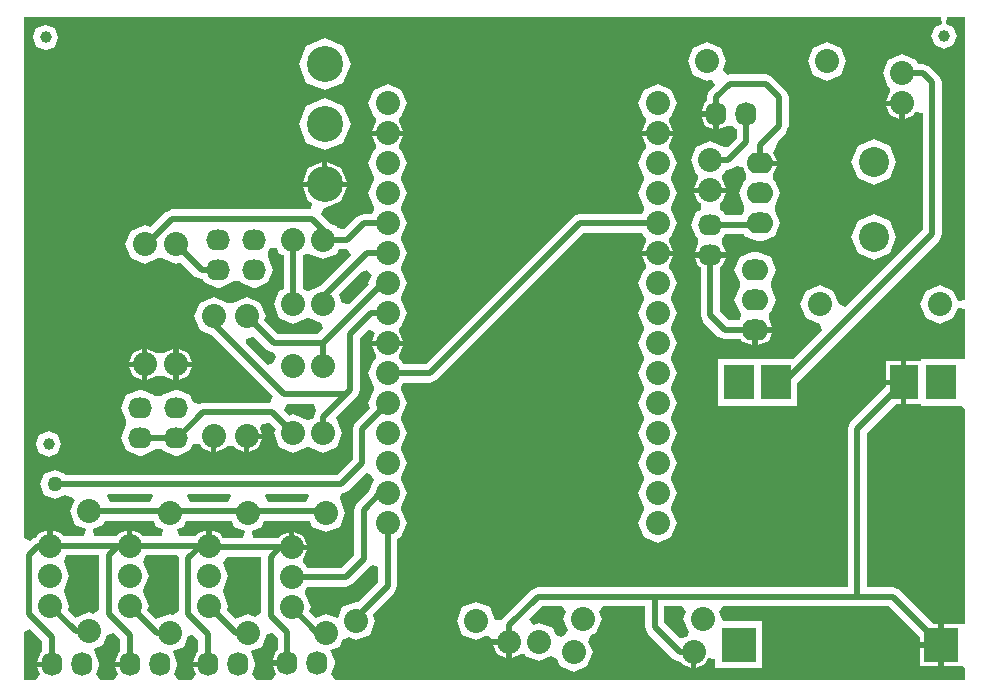
<source format=gtl>
%FSTAX43Y43*%
%MOIN*%
%SFA1B1*%

%IPPOS*%
%ADD10C,0.019685*%
%ADD11C,0.100000*%
%ADD12R,0.098425X0.118110*%
%ADD13R,0.094488X0.118110*%
%ADD14R,0.118110X0.118110*%
%ADD15C,0.080000*%
%ADD16O,0.080000X0.070000*%
%ADD17C,0.039370*%
%ADD18C,0.120000*%
%ADD19O,0.090000X0.070000*%
%ADD20O,0.070000X0.080000*%
%ADD21C,0.050000*%
%LNpcb-vitor-project-1*%
%LPD*%
G36*
X0007218Y0001604D02*
Y0001553D01*
X0007151Y0001486*
X0007145Y0001489*
X0007099Y000147*
X0007083Y0001433*
X0007045Y0001449*
X000701Y0001435*
X0006988Y0001456*
X0006994Y000147*
X0006975Y0001515*
Y0001524*
X0006981Y0001538*
X000711*
X0007132Y0001547*
X0007192Y0001607*
X0007201Y0001611*
X0007218Y0001604*
G37*
G36*
X0006739Y0001739D02*
X0006773Y0001725D01*
X0006768Y0001701*
X0006699*
X0006694Y0001714*
X0006664Y0001727*
Y0001675*
X0006645*
Y0001727*
X0006615Y0001714*
X0006612Y0001706*
X0006553*
X0006548Y000173*
X000657Y0001739*
X0006578Y0001758*
X0006731*
X0006739Y0001739*
G37*
G36*
X0006553Y0001634D02*
Y0001459D01*
X0006533Y0001445*
X0006525Y0001449*
X0006479Y000143*
X0006448Y0001461*
X0006454Y0001475*
X0006435Y000152*
Y0001529*
X0006454Y0001575*
X0006435Y000162*
X0006444Y0001643*
X0006547*
X0006553Y0001634*
G37*
G36*
X0006288Y0001461D02*
X0006268Y0001448D01*
X0006255Y0001454*
X0006209Y0001435*
X0006183Y0001461*
X0006189Y0001475*
X000617Y000152*
Y0001529*
X0006189Y0001575*
X000617Y000162*
X0006179Y0001643*
X0006288*
Y0001461*
G37*
G36*
X0006479Y0001739D02*
X0006501Y000173D01*
X0006496Y0001706*
X0006432*
X0006429Y0001714*
X0006399Y0001727*
Y0001675*
X000638*
Y0001727*
X000635Y0001714*
X0006347Y0001706*
X0006271*
X0006266Y000173*
X00063Y0001744*
X0006306Y0001758*
X0006471*
X0006479Y0001739*
G37*
G36*
X0006988Y0001842D02*
X0006977Y0001821D01*
X0006852*
X0006841Y0001842*
X0006844Y0001848*
X0006985*
X0006988Y0001842*
G37*
G36*
X0007192Y0001914D02*
X0007203Y0001893D01*
X0007189Y0001859*
X0007147Y0001817*
X0007138Y0001795*
Y0001643*
X0007096Y0001601*
X0006981*
X0006975Y0001615*
X0006969Y0001618*
Y000163*
X0006982Y000166*
X000693*
Y000167*
X000692*
Y0001722*
X000689Y0001709*
X0006887Y0001701*
X0006801*
X0006796Y0001725*
X000683Y0001739*
X0006838Y0001758*
X0006991*
X0006999Y0001739*
X0007045Y000172*
X000709Y0001739*
X0007109Y0001785*
X000709Y000183*
X0007094Y0001848*
X0007095*
X0007117Y0001857*
X0007177Y0001917*
X0007192Y0001914*
G37*
G36*
X0006468Y0001842D02*
X0006457Y0001821D01*
X0006324*
X0006313Y0001842*
X0006316Y0001848*
X0006465*
X0006468Y0001842*
G37*
G36*
X0006728D02*
X0006717Y0001821D01*
X0006592*
X0006581Y0001842*
X0006584Y0001848*
X0006725*
X0006728Y0001842*
G37*
G36*
X0006618Y0001361D02*
Y0001322D01*
X0006614Y000132*
X0006601Y0001289*
X000665*
Y000127*
X0006601*
X0006611Y0001246*
X0006598Y0001226*
X000655*
X0006537Y0001246*
X0006549Y0001275*
Y0001285*
X0006533Y0001323*
X000657Y0001339*
X0006584Y0001373*
X0006599Y0001376*
X0006618Y0001361*
G37*
G36*
X0006883Y0001369D02*
Y0001327D01*
X0006879Y0001325*
X0006866Y0001294*
X0006915*
Y0001275*
X0006866*
X0006878Y0001246*
X0006865Y0001226*
X000681*
X0006797Y0001246*
X0006809Y0001275*
Y0001285*
X0006793Y0001323*
X000683Y0001339*
X0006847Y000138*
X0006864Y0001384*
X0006883Y0001369*
G37*
G36*
X0006358Y0001363D02*
Y0001322D01*
X0006354Y000132*
X0006341Y0001289*
X000639*
Y000127*
X0006341*
X0006351Y0001246*
X0006338Y0001226*
X000629*
X0006277Y0001246*
X0006289Y0001275*
Y0001285*
X0006271Y0001326*
Y0001332*
X00063Y0001344*
X0006314Y0001378*
X0006338Y0001383*
X0006358Y0001363*
G37*
G36*
X0009173Y000334D02*
D01*
Y0002495*
X0009155Y0002491*
X000915Y000249*
X0009135Y0002525*
X000909Y0002544*
X0009044Y0002525*
X0009025Y000248*
X0009044Y0002434*
X000909Y0002415*
X0009135Y0002434*
X000915Y0002469*
X0009155Y0002468*
X0009173Y0002464*
Y0002298*
X0009163*
X0009156*
X0009026*
Y000229*
X0008979*
Y000222*
Y0002149*
X0009026*
Y0002141*
X0009156*
X0009163*
X0009173Y0002131*
Y0001415*
X0009165*
X0009156*
X0009104*
Y0001345*
Y0001274*
X0009156*
X0009165*
X0009173Y0001266*
Y0001226*
X0007073*
X000706Y0001246*
X0007074Y000128*
Y000129*
X0007059Y0001326*
X000709Y0001339*
X0007099Y0001361*
X0007121Y000137*
X0007145Y000136*
X000719Y0001379*
X0007209Y0001425*
X00072Y0001445*
X0007272Y0001517*
X0007275Y0001524*
X0007281Y000154*
Y0001698*
X0007295Y0001704*
X0007314Y000175*
X0007295Y0001795*
Y0001804*
X0007314Y000185*
X0007295Y0001895*
Y0001904*
X0007314Y000195*
X0007295Y0001995*
Y0002004*
X0007314Y000205*
X0007295Y0002095*
Y0002104*
X0007314Y000215*
X0007295Y0002195*
Y0002204*
X0007301Y0002218*
X000739*
X0007412Y0002227*
X0007903Y0002718*
X0008098*
X0008104Y0002704*
X000811Y0002701*
Y0002689*
X0008097Y0002659*
X0008202*
X0008189Y0002689*
Y0002701*
X0008195Y0002704*
X0008214Y000275*
X0008195Y0002795*
Y0002804*
X0008214Y000285*
X0008195Y0002895*
Y0002904*
X0008214Y000295*
X0008195Y0002995*
X0008189Y0002998*
Y000301*
X0008202Y000304*
X0008097*
X000811Y000301*
Y0002998*
X0008104Y0002995*
X0008085Y000295*
X0008104Y0002904*
Y0002895*
X0008085Y000285*
X0008104Y0002804*
Y0002795*
X0008098Y0002781*
X000789*
X0007878Y0002777*
X0007867Y0002772*
X0007376Y0002281*
X0007301*
X0007295Y0002295*
X0007289Y0002298*
Y000231*
X0007302Y000234*
X0007197*
X000721Y000231*
Y0002298*
X0007204Y0002295*
X0007185Y000225*
X0007204Y0002204*
Y0002195*
X0007185Y000215*
X0007191Y0002135*
X0007142Y0002085*
X0007133Y0002063*
Y0001963*
X0007081Y0001911*
X0006175*
X0006174Y0001914*
X000614Y0001928*
X0006105Y0001914*
X0006091Y000188*
X0006105Y0001845*
X000614Y0001831*
X0006174Y0001845*
X0006202Y0001834*
X0006206Y0001828*
X000619Y000179*
X0006209Y0001744*
X0006243Y000173*
X0006238Y0001706*
X0006167*
X0006164Y0001714*
X0006134Y0001727*
Y0001675*
X0006115*
Y0001727*
X0006085Y0001714*
X0006081Y0001705*
X0006063Y0001697*
X0006058Y0001692*
X0006036Y0001701*
Y0003438*
X0009094*
X0009098Y0003415*
X0009074Y0003405*
X0009062Y0003375*
X0009074Y0003344*
X0009105Y0003332*
X0009135Y0003344*
X0009147Y0003375*
X0009135Y0003405*
X0009111Y0003415*
X0009115Y0003438*
X0009173*
Y000334*
G37*
G36*
X0006098Y0001358D02*
Y0001322D01*
X0006094Y000132*
X0006081Y0001289*
X000613*
Y000127*
X0006081*
X0006091Y0001246*
X0006078Y0001226*
X0006036*
Y0001388*
X0006058Y0001397*
X0006098Y0001358*
G37*
G36*
X0006828Y0001452D02*
X0006808Y0001439D01*
X0006785Y0001449*
X0006742Y0001432*
X0006713Y0001461*
X0006719Y0001475*
X00067Y000152*
Y0001529*
X0006719Y0001575*
X0006701Y0001618*
X0006714Y0001638*
X0006828*
Y0001452*
G37*
%LNpcb-vitor-project-2*%
%LPC*%
G36*
X000643Y000227D02*
X0006387D01*
X00064Y000224*
X000643Y0002227*
Y000227*
G37*
G36*
X0006832Y000203D02*
X0006789D01*
Y0001987*
X0006819Y0002*
X0006832Y000203*
G37*
G36*
X000896Y000229D02*
X000891D01*
Y0002229*
X000896*
Y000229*
G37*
G36*
X0006597Y000227D02*
X0006554D01*
Y0002227*
X0006584Y000224*
X0006597Y000227*
G37*
G36*
X000612Y0002057D02*
X0006089Y0002045D01*
X0006077Y0002015*
X0006089Y0001984*
X000612Y0001972*
X000615Y0001984*
X0006162Y0002015*
X000615Y0002045*
X000612Y0002057*
G37*
G36*
X0007645Y0001345D02*
X0007602D01*
X0007615Y0001315*
X0007645Y0001302*
Y0001345*
G37*
G36*
X0006939Y0001722D02*
Y0001679D01*
X0006982*
X0006969Y0001709*
X0006939Y0001722*
G37*
G36*
X0009085Y0001335D02*
X0009024D01*
Y0001274*
X0009085*
Y0001335*
G37*
G36*
X000896Y000221D02*
X000891D01*
Y0002206*
X0008792Y0002087*
X0008783Y0002065*
Y0001536*
X000775*
X0007738Y0001532*
X0007727Y0001527*
X0007632Y0001432*
X0007631Y0001429*
X0007607*
X000759Y000147*
X0007545Y0001489*
X0007499Y000147*
X000748Y0001425*
X0007499Y0001379*
X0007545Y000136*
X0007584Y0001376*
X0007596Y0001364*
X0007655*
Y0001355*
X0007664*
Y0001302*
X0007694Y0001315*
X0007706*
X0007709Y0001309*
X0007755Y000129*
X0007793Y0001306*
X0007814Y0001297*
X0007824Y0001274*
X000787Y0001255*
X0007915Y0001274*
X0007934Y000132*
X0007919Y0001355*
X0007928Y0001377*
X0007945Y0001384*
X0007964Y000143*
X0007954Y0001453*
X0007968Y0001473*
X0008108*
Y0001405*
X0008117Y0001382*
X0008202Y0001297*
X0008225Y0001288*
X0008227*
X000823Y000128*
X000826Y0001267*
Y000132*
X0008279*
Y0001267*
X0008309Y000128*
X0008318Y00013*
X0008341Y0001296*
Y0001266*
X0008498*
Y0001423*
X0008368*
X0008364Y000143*
X0008354Y0001453*
X0008368Y0001473*
X0008921*
X0009024Y000137*
Y0001354*
X0009085*
Y0001415*
X0009069*
X0008957Y0001527*
X0008935Y0001536*
X0008846*
Y0002051*
X0008944Y0002149*
X000896*
Y000221*
G37*
G36*
X000704Y0003166D02*
X0006979Y000314D01*
X0006953Y000308*
X0006979Y0003019*
X000704Y0002993*
X00071Y0003019*
X0007126Y000308*
X00071Y000314*
X000704Y0003166*
G37*
G36*
X0008315Y0003354D02*
X0008269Y0003335D01*
X000825Y000329*
X0008269Y0003244*
X0008315Y0003225*
X0008327Y000323*
X000834Y0003211*
X0008322Y0003192*
X0008313Y000317*
Y0003157*
X0008309Y0003155*
X0008296Y0003124*
X0008345*
Y0003115*
X0008354*
Y0003063*
X000838Y0003074*
X00084*
X0008403Y0003068*
X0008413Y0003064*
Y0003033*
X0008383Y0003003*
X000837Y0003005*
X0008325Y0003024*
X0008279Y0003005*
X000826Y000296*
X0008279Y0002914*
X0008285Y0002911*
Y0002899*
X0008272Y0002869*
X0008377*
X0008364Y0002899*
Y0002911*
X000837Y0002914*
X0008376Y0002928*
X0008385*
X0008407Y0002937*
X0008411Y0002941*
X0008434Y0002936*
X0008444Y0002914*
Y0002894*
X0008438Y0002891*
X000842Y000285*
X0008438Y0002808*
Y0002791*
X0008431Y0002776*
X0008375*
X0008371Y0002786*
X0008356Y0002793*
Y0002816*
X0008364Y000282*
X0008377Y000285*
X0008272*
X0008285Y000282*
X0008293Y0002816*
Y0002793*
X0008278Y0002786*
X000826Y0002745*
X0008278Y0002703*
X0008284Y00027*
Y000268*
X0008273Y0002654*
X0008376*
X0008365Y000268*
Y00027*
X0008371Y0002703*
X0008375Y0002713*
X0008436*
X0008438Y0002708*
X000848Y000269*
X00085*
X0008541Y0002708*
X0008559Y000275*
X0008541Y0002791*
Y0002808*
X0008559Y000285*
X0008541Y0002891*
X0008535Y0002894*
Y0002914*
X0008546Y000294*
X000849*
Y0002959*
X0008546*
X0008535Y0002985*
X0008553Y0003028*
X0008577Y0003052*
X0008582Y0003063*
X0008586Y0003075*
Y000317*
X000858Y0003185*
X0008577Y0003192*
X0008532Y0003237*
X000851Y0003246*
X000839*
X0008384Y0003244*
X0008367Y0003261*
X0008379Y000329*
X000836Y0003335*
X0008315Y0003354*
G37*
G36*
X000725Y0003214D02*
X0007204Y0003195D01*
X0007185Y000315*
X0007204Y0003104*
X000721Y0003101*
Y0003089*
X0007197Y0003059*
X0007302*
X0007289Y0003089*
Y0003101*
X0007295Y0003104*
X0007314Y000315*
X0007295Y0003195*
X000725Y0003214*
G37*
G36*
X000703Y0002953D02*
X0006985Y0002934D01*
X0006966Y0002889*
X000703*
Y0002953*
G37*
G36*
X0007049D02*
Y0002889D01*
X0007113*
X0007094Y0002934*
X0007049Y0002953*
G37*
G36*
X0007302Y000304D02*
X0007197D01*
X000721Y000301*
Y0002998*
X0007204Y0002995*
X0007185Y000295*
X0007204Y0002904*
Y0002895*
X0007185Y000285*
X0007204Y0002804*
Y0002795*
X0007198Y0002781*
X000717*
X0007154Y0002775*
X0007147Y0002772*
X0007105Y0002731*
X0007082Y0002735*
X000708Y000274*
X0007058Y0002749*
X0007057Y0002751*
X0007026Y0002782*
X0007039Y0002802*
X000704Y0002802*
X0007094Y0002825*
X0007113Y000287*
X0006966*
X0006985Y0002825*
X0006998Y0002819*
X0006993Y0002796*
X0006531*
X0006515Y0002789*
X0006508Y0002787*
X0006458Y0002736*
X000644Y0002744*
X0006394Y0002725*
X0006375Y000268*
X0006394Y0002634*
X000644Y0002615*
X0006485Y0002634*
X0006499*
X0006545Y0002615*
X0006558Y0002621*
X0006607Y0002572*
X000663Y0002563*
X0006634*
X0006638Y0002553*
X000668Y0002535*
X000669*
X0006731Y0002553*
X0006733Y0002556*
X0006756*
X0006758Y0002553*
X00068Y0002535*
X000681*
X0006851Y0002553*
X0006869Y0002595*
X0006851Y0002636*
Y0002653*
X0006857Y0002667*
X0006881*
X0006889Y0002649*
X0006903Y0002643*
Y0002531*
X0006889Y0002525*
X000687Y000248*
X0006889Y0002434*
X0006935Y0002415*
X000698Y0002434*
X0006989*
X0007029Y0002417*
X0007033Y00024*
X0007018Y0002381*
X0006883*
X0006838Y0002426*
X0006844Y000244*
X0006825Y0002485*
X000678Y0002504*
X0006734Y0002485*
X0006715*
X000667Y0002504*
X0006624Y0002485*
X0006605Y000244*
X0006624Y0002394*
X000666Y0002379*
X0006866Y0002173*
X0006856Y0002151*
X0006635*
X0006622Y0002146*
X00066Y0002155*
X0006591Y0002176*
X000655Y0002194*
X000654*
X0006498Y0002176*
X0006496Y0002173*
X0006473*
X0006471Y0002176*
X000643Y0002194*
X000642*
X0006378Y0002176*
X000636Y0002135*
X0006378Y0002093*
Y0002076*
X000636Y0002035*
X0006378Y0001993*
X000642Y0001975*
X000643*
X0006471Y0001993*
X0006473Y0001996*
X0006496*
X0006498Y0001993*
X000654Y0001975*
X000655*
X0006591Y0001993*
X00066Y0002014*
X0006624*
X000663Y0002*
X000666Y0001987*
Y000204*
X0006679*
Y0001987*
X0006709Y0002*
X0006713Y0002008*
X0006736*
X000674Y0002*
X000677Y0001987*
Y000204*
X000678*
Y0002049*
X0006832*
X0006824Y0002068*
X0006832Y0002081*
X0006856Y0002083*
X0006876Y0002063*
X000687Y000205*
X0006889Y0002004*
X0006935Y0001985*
X000698Y0002004*
X0006989*
X0007035Y0001985*
X000708Y0002004*
X0007099Y000205*
X000708Y0002095*
X0007079Y0002103*
X0007147Y0002172*
X000715Y0002179*
X0007156Y0002195*
Y0002366*
X0007189Y0002398*
X0007208Y0002385*
X0007197Y0002359*
X0007302*
X0007289Y0002389*
Y0002401*
X0007295Y0002404*
X0007314Y000245*
X0007295Y0002495*
Y0002504*
X0007314Y000255*
X0007295Y0002595*
Y0002604*
X0007314Y000265*
X0007295Y0002695*
Y0002704*
X0007314Y000275*
X0007295Y0002795*
Y0002804*
X0007314Y000285*
X0007295Y0002895*
Y0002904*
X0007314Y000295*
X0007295Y0002995*
X0007289Y0002998*
Y000301*
X0007302Y000304*
G37*
G36*
X000704Y0003366D02*
X0006979Y000334D01*
X0006953Y000328*
X0006979Y0003219*
X000704Y0003193*
X00071Y0003219*
X0007126Y000328*
X00071Y000334*
X000704Y0003366*
G37*
G36*
X0008715Y0003354D02*
X0008669Y0003335D01*
X000865Y000329*
X0008669Y0003244*
X0008715Y0003225*
X000876Y0003244*
X0008779Y000329*
X000876Y0003335*
X0008715Y0003354*
G37*
G36*
X000611Y0003412D02*
X0006079Y00034D01*
X0006067Y000337*
X0006079Y0003339*
X000611Y0003327*
X000614Y0003339*
X0006152Y000337*
X000614Y00034*
X000611Y0003412*
G37*
G36*
X000815Y0003214D02*
X0008104Y0003195D01*
X0008085Y000315*
X0008104Y0003104*
X000811Y0003101*
Y0003089*
X0008097Y0003059*
X0008202*
X0008189Y0003089*
Y0003101*
X0008195Y0003104*
X0008214Y000315*
X0008195Y0003195*
X000815Y0003214*
G37*
G36*
X0008335Y0003105D02*
X0008296D01*
X0008309Y0003074*
X0008335Y0003063*
Y0003105*
G37*
G36*
X0008955Y000314D02*
X0008912D01*
X0008925Y000311*
X0008955Y0003097*
Y000314*
G37*
G36*
X000887Y000303D02*
X0008816Y0003008D01*
X0008794Y0002955*
X0008816Y0002901*
X000887Y0002879*
X0008923Y0002901*
X0008945Y0002955*
X0008923Y0003008*
X000887Y000303*
G37*
G36*
X0006554Y0002332D02*
Y0002289D01*
X0006597*
X0006584Y0002319*
X0006554Y0002332*
G37*
G36*
X0008965Y0003314D02*
X0008919Y0003295D01*
X00089Y000325*
X0008919Y0003204*
X0008925Y0003201*
Y0003189*
X0008912Y0003159*
X0008965*
Y000315*
X0008974*
Y0003097*
X0009004Y000311*
X0009009Y0003122*
X0009033Y0003118*
Y0002728*
X0008775Y0002471*
X0008754Y000248*
X0008735Y0002525*
X000869Y0002544*
X0008644Y0002525*
X0008625Y000248*
X0008644Y0002434*
X000869Y0002415*
X0008698Y0002394*
X0008603Y0002298*
X0008351*
Y0002141*
X0008613*
Y0002218*
X0009087Y0002692*
X000909Y0002699*
X0009096Y0002715*
Y000322*
X0009087Y0003242*
X0009057Y0003272*
X0009035Y0003281*
X0009016*
X000901Y0003295*
X0008965Y0003314*
G37*
G36*
X0008531Y0002385D02*
X0008484D01*
Y0002344*
X0008485*
X000852Y0002359*
X0008531Y0002385*
G37*
G36*
X0006535Y0002332D02*
X0006505Y0002319D01*
X0006504Y0002317*
X000648*
X0006479Y0002319*
X0006449Y0002332*
Y000228*
Y0002227*
X0006479Y000224*
X000648Y0002242*
X0006504*
X0006505Y000224*
X0006535Y0002227*
Y000228*
Y0002332*
G37*
G36*
X0008202Y000264D02*
X0008097D01*
X000811Y000261*
Y0002598*
X0008104Y0002595*
X0008085Y000255*
X0008104Y0002504*
Y0002495*
X0008085Y000245*
X0008104Y0002404*
Y0002395*
X0008085Y000235*
X0008104Y0002304*
Y0002295*
X0008085Y000225*
X0008104Y0002204*
Y0002195*
X0008085Y000215*
X0008104Y0002104*
Y0002095*
X0008085Y000205*
X0008104Y0002004*
Y0001995*
X0008085Y000195*
X0008104Y0001904*
Y0001895*
X0008085Y000185*
X0008104Y0001804*
Y0001795*
X0008085Y000175*
X0008104Y0001704*
X000815Y0001685*
X0008195Y0001704*
X0008214Y000175*
X0008195Y0001795*
Y0001804*
X0008214Y000185*
X0008195Y0001895*
Y0001904*
X0008214Y000195*
X0008195Y0001995*
Y0002004*
X0008214Y000205*
X0008195Y0002095*
Y0002104*
X0008214Y000215*
X0008195Y0002195*
Y0002204*
X0008214Y000225*
X0008195Y0002295*
Y0002304*
X0008214Y000235*
X0008195Y0002395*
Y0002404*
X0008214Y000245*
X0008195Y0002495*
Y0002504*
X0008214Y000255*
X0008195Y0002595*
X0008189Y0002598*
Y000261*
X0008202Y000264*
G37*
G36*
X000887Y000278D02*
X0008816Y0002758D01*
X0008794Y0002705*
X0008816Y0002651*
X000887Y0002629*
X0008923Y0002651*
X0008945Y0002705*
X0008923Y0002758*
X000887Y000278*
G37*
G36*
X000643Y0002332D02*
X00064Y0002319D01*
X0006387Y0002289*
X000643*
Y0002332*
G37*
G36*
X0008485Y0002654D02*
X0008465D01*
X0008423Y0002636*
X0008405Y0002595*
X0008423Y0002553*
Y0002536*
X0008405Y0002495*
X0008423Y0002453*
X0008429Y000245*
Y0002443*
X0008425Y0002426*
X0008388*
X0008356Y0002458*
Y0002605*
X0008365Y0002609*
X0008376Y0002635*
X0008273*
X0008284Y0002609*
X0008293Y0002605*
Y0002445*
X0008302Y0002422*
X0008352Y0002372*
X0008375Y0002363*
X0008427*
X0008429Y0002359*
X0008465Y0002344*
X0008465*
Y0002395*
X0008475*
Y0002404*
X0008531*
X000852Y000243*
Y000245*
X0008526Y0002453*
X0008544Y0002495*
X0008526Y0002536*
Y0002553*
X0008544Y0002595*
X0008526Y0002636*
X0008485Y0002654*
G37*
%LNpcb-vitor-project-3*%
%LPD*%
G36*
X0006847Y0002327D02*
X0006854Y0002324D01*
X000687Y0002318*
X0006878Y0002304*
X0006869Y0002283*
X000685Y0002279*
X0006777Y0002352*
X0006779Y0002365*
X0006802Y0002372*
X0006847Y0002327*
G37*
G36*
X0007012Y0002127D02*
X0007003Y0002105D01*
Y0002101*
X0006989Y0002095*
X000698*
X0006935Y0002114*
X0006921Y0002108*
X0006903Y0002126*
X0006913Y0002148*
X0007003*
X0007012Y0002127*
G37*
G36*
X0007196Y0002577D02*
X0007185Y000255D01*
X0007186Y0002546*
X000712Y000248*
X0007097Y0002485*
X0007086Y0002511*
X0007161Y0002586*
X000718Y0002594*
X0007196Y0002577*
G37*
G36*
X0007128Y0002643D02*
X0007025Y000254D01*
X0006989Y0002525*
X000698*
X0006966Y0002531*
Y0002643*
X000698Y0002649*
X0006989*
X0007035Y000263*
X000708Y0002649*
X0007086Y0002663*
X0007115*
X0007115Y0002663*
X0007128Y0002643*
G37*
G36*
X0008245Y0001453D02*
X0008235Y000143D01*
X0008253Y0001387*
X0008246Y0001371*
X0008223Y0001366*
X0008171Y0001418*
Y0001473*
X0008231*
X0008245Y0001453*
G37*
G36*
X0007845D02*
X0007835Y000143D01*
X000785Y0001394*
X0007842Y0001376*
X0007828Y000137*
X000781Y0001377*
X00078Y00014*
X0007755Y0001419*
X0007733Y000141*
X000772Y000143*
X0007763Y0001473*
X0007831*
X0007845Y0001453*
G37*
G54D10*
X0007195Y000245D02*
X000725D01*
X0007125Y000238D02*
X0007195Y000245D01*
X0007125Y0002195D02*
Y000238D01*
X0008555Y0003075D02*
Y000317D01*
X000849Y000301D02*
X0008555Y0003075D01*
X000849Y000295D02*
Y000301D01*
X000851Y0003215D02*
X0008555Y000317D01*
X000839Y0003215D02*
X000851D01*
X0008345Y000317D02*
X000839Y0003215D01*
X0008345Y0003115D02*
Y000317D01*
X0008445Y000302D02*
Y0003115D01*
X0008385Y000296D02*
X0008445Y000302D01*
X0008325Y000296D02*
X0008385D01*
X0008485Y0002745D02*
X000849Y000275D01*
X0008325Y0002745D02*
X0008485D01*
X0008225Y000132D02*
X000827D01*
X000775Y0001505D02*
X0008935D01*
X0007655Y000141D02*
X000775Y0001505D01*
X0007655Y000134D02*
Y000141D01*
X000814Y0001405D02*
Y0001505D01*
Y0001405D02*
X0008225Y000132D01*
X0008965Y000325D02*
X0009035D01*
X0009065Y000322*
Y0002715D02*
Y000322D01*
X000857Y000222D02*
X0009065Y0002715D01*
X0008375Y0002395D02*
X0008475D01*
X0008325Y0002445D02*
X0008375Y0002395D01*
X0008325Y0002445D02*
Y0002645D01*
X0006635Y000212D02*
X0006865D01*
X000655Y0002035D02*
X0006635Y000212D01*
X0006865D02*
X0006935Y000205D01*
X000643Y0002035D02*
X000655D01*
X0007035Y0002105D02*
X0007125Y0002195D01*
X0006905Y000218D02*
X000711D01*
X000667Y0002415D02*
X0006905Y000218D01*
X000667Y0002415D02*
Y000244D01*
X000687Y000235D02*
X0007035D01*
X000678Y000244D02*
X000687Y000235D01*
X0006255Y000179D02*
X000704D01*
X000725Y000154D02*
Y000175D01*
X0007145Y0001435D02*
X000725Y000154D01*
X0006935Y000248D02*
Y0002695D01*
X0006545Y000268D02*
X000663Y0002595D01*
X0006685*
X0007035Y0002695D02*
Y0002729D01*
X0006999Y0002764D02*
X0007035Y0002729D01*
X0006531Y0002764D02*
X0006999D01*
X0006446Y000268D02*
X0006531Y0002764D01*
X000644Y000268D02*
X0006446D01*
X0007035Y000205D02*
Y0002105D01*
X0007235Y000255D02*
X000725D01*
X0007035Y000235D02*
X0007235Y000255D01*
X0007035Y0002275D02*
Y000235D01*
Y000248D02*
Y0002505D01*
X000718Y000265*
X000725*
X000717Y000275D02*
X000725D01*
X0007115Y0002695D02*
X000717Y000275D01*
X0007035Y0002695D02*
X0007115D01*
X000725Y000225D02*
X000739D01*
X000789Y000275*
X000815*
X0007165Y000195D02*
Y0002063D01*
X0007095Y000188D02*
X0007165Y000195D01*
X000614Y000188D02*
X0007095D01*
X0007165Y0002063D02*
X0007235Y0002133D01*
Y000215*
X000717Y000163D02*
Y0001795D01*
X000711Y000157D02*
X000717Y000163D01*
X000693Y000157D02*
X000711D01*
X000717Y0001795D02*
X0007225Y000185D01*
X000725*
X0006655Y000167D02*
X000689D01*
X000693*
X000686Y0001639D02*
X000689Y000167D01*
X000686Y0001441D02*
Y0001639D01*
Y0001441D02*
X0006915Y0001386D01*
Y0001285D02*
Y0001386D01*
X000665Y0001675D02*
X0006655Y000167D01*
X000639Y0001675D02*
X0006626D01*
X000665D02*
X0006655D01*
X0006626D02*
X000665D01*
X0006585Y0001634D02*
X0006626Y0001675D01*
X0006585Y0001446D02*
Y0001634D01*
Y0001446D02*
X000665Y0001381D01*
Y000128D02*
Y0001381D01*
X000613Y0001675D02*
X000635D01*
X000639*
X000632Y0001644D02*
X000635Y0001675D01*
X000632Y0001446D02*
Y0001644D01*
Y0001446D02*
X000639Y0001376D01*
Y000128D02*
Y0001376D01*
X0006055Y0001644D02*
X0006085Y0001675D01*
X0006055Y0001446D02*
Y0001644D01*
Y0001446D02*
X000613Y0001371D01*
Y000128D02*
Y0001371D01*
X000693Y000147D02*
X0007015Y0001385D01*
X0007045*
X0006655Y0001475D02*
X0006745Y0001385D01*
X0006785*
X000639Y0001475D02*
X000648Y0001385D01*
X0006525*
X0006125Y0001475D02*
X000621Y000139D01*
X0006255*
X0006125Y000167D02*
X000613Y0001675D01*
X0008935Y0001505D02*
X0009095Y0001345D01*
X0008815Y0001505D02*
Y0002065D01*
X000897Y000222*
G54D11*
X000887Y0002705D03*
Y0002955D03*
G54D12*
X0008545Y000222D03*
X000842D03*
X0009095D03*
G54D13*
X000897Y000222D03*
G54D14*
X000842Y0001345D03*
X0009095D03*
G54D15*
X000725Y000315D03*
Y000245D03*
Y000255D03*
Y000265D03*
Y000275D03*
Y000285D03*
Y000295D03*
Y000305D03*
Y000235D03*
Y000175D03*
Y000185D03*
Y000195D03*
Y000205D03*
Y000215D03*
Y000225D03*
X000815D03*
Y000215D03*
Y000205D03*
Y000195D03*
Y000185D03*
Y000175D03*
Y000235D03*
Y000305D03*
Y000295D03*
Y000285D03*
Y000275D03*
Y000265D03*
Y000255D03*
Y000245D03*
Y000315D03*
X0008965D03*
Y000325D03*
X0006935Y000205D03*
X0007035D03*
X0006935Y0002275D03*
X0007035D03*
X0006935Y000248D03*
X0007035D03*
X0006935Y0002695D03*
X0007035D03*
X0006655Y0001475D03*
Y0001575D03*
Y0001675D03*
X000639Y0001475D03*
Y0001575D03*
Y0001675D03*
X0006125Y0001475D03*
Y0001575D03*
Y0001675D03*
X0008315Y000329D03*
X0008715D03*
X00079Y000143D03*
X00083D03*
X000667Y000204D03*
Y000244D03*
X000678Y000204D03*
Y000244D03*
X0006545Y000228D03*
Y000268D03*
X000644Y000228D03*
Y000268D03*
X000827Y000132D03*
X000787D03*
X0007545Y0001425D03*
X0007145D03*
X0007045Y0001385D03*
Y0001785D03*
X0006785Y0001385D03*
Y0001785D03*
X0006525Y0001385D03*
Y0001785D03*
X0006255Y000139D03*
Y000179D03*
X000693Y000147D03*
Y000157D03*
Y000167D03*
X000909Y000248D03*
X000869D03*
X0007755Y0001355D03*
X0007655D03*
X0008325Y000296D03*
Y000286D03*
G54D16*
X0006805Y0002695D03*
Y0002595D03*
X0006685Y0002695D03*
Y0002595D03*
X0006545Y0002035D03*
Y0002135D03*
X0006425Y0002035D03*
Y0002135D03*
X0008325Y0002745D03*
Y0002645D03*
G54D17*
X0009105Y0003375D03*
X000612Y0002015D03*
X000611Y000337D03*
G54D18*
X000704Y000328D03*
Y000308D03*
Y000288D03*
G54D19*
X0008475Y0002495D03*
Y0002395D03*
Y0002595D03*
X000849Y000285D03*
Y000275D03*
Y000295D03*
G54D20*
X0008445Y0003115D03*
X0008345D03*
X0007015Y0001285D03*
X0006915D03*
X000675Y000128D03*
X000665D03*
X000649D03*
X000639D03*
X000623D03*
X000613D03*
G54D21*
X000614Y000188D03*
M02*
</source>
